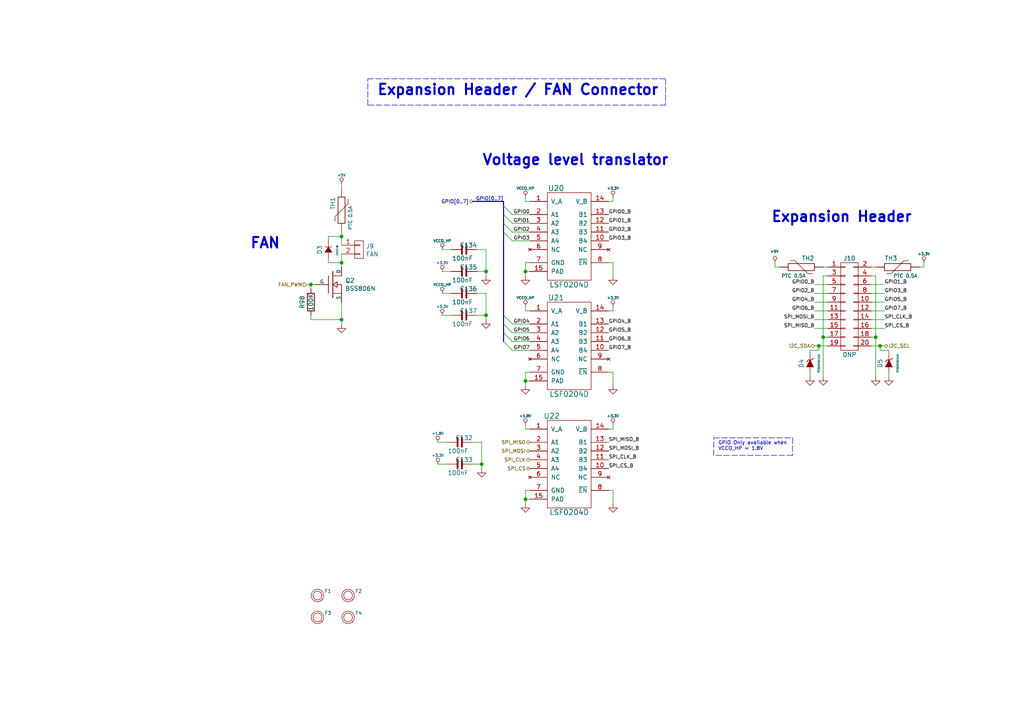
<source format=kicad_sch>
(kicad_sch (version 20250114) (generator "eeschema") (generator_version "9.0")
  (paper "A4")
  (title_block (title "CIAA-ACC Expansion Header (GPIO, SPI, I2C) / FAN Connector") (date "2019-08-28") (rev "V1.4") (company "COMPUTADORA INDUSTRIAL ABIERTA ARGENTINA. CIAA-ACC (HPC)") (comment 1 "Authors: See 'doc/CHANGES.txt' file.      License: See 'doc/LICENCIA_CIAA_ACC.txt' file."))
  (lib_symbols
    (symbol "CIAA_ACC:+1.8V" (power) (pin_names (offset 1.016))
      (property "Value" "+1.8V" (at 0 2.286 0))
      (symbol "+1.8V_0_0"
        (pin power_in line (at 0 0 90) (length 0) (hide yes) (name "+1.8V") (number "1"))
      )
      (symbol "+1.8V_0_1"
        (circle (center 0 1.27) (radius 0.508))
        (polyline (pts (xy 0 0) (xy 0 0.762) (xy 0 0.762) (xy 0 0.762)))
      )
    )
    (symbol "CIAA_ACC:+3.3V" (power) (pin_names (offset 1.016))
      (property "Value" "+3.3V" (at 0 2.286 0))
      (symbol "+3.3V_0_0"
        (pin power_in line (at 0 0 90) (length 0) (hide yes) (name "+3.3V") (number "1"))
      )
      (symbol "+3.3V_0_1"
        (circle (center 0 1.27) (radius 0.508))
        (polyline (pts (xy 0 0) (xy 0 0.762) (xy 0 0.762) (xy 0 0.762)))
      )
    )
    (symbol "CIAA_ACC:+5V" (power) (pin_names (offset 1.016))
      (property "Value" "+5V" (at 0 2.286 0))
      (symbol "+5V_0_0"
        (pin power_in line (at 0 0 90) (length 0) (hide yes) (name "+5V") (number "1"))
      )
      (symbol "+5V_0_1"
        (circle (center 0 1.27) (radius 0.508))
        (polyline (pts (xy 0 0) (xy 0 0.762) (xy 0 0.762) (xy 0 0.762)))
      )
    )
    (symbol "CIAA_ACC:C" (pin_numbers (hide yes)) (pin_names (offset 0.254))
      (property "Reference" "C" (at 0.635 2.54 0))
      (property "Value" "C" (at 0.635 -2.54 0))
      (symbol "C_0_1"
        (polyline (pts (xy -1.27 0.635) (xy 1.27 0.635)) (stroke (width 0.508)))
        (polyline (pts (xy -1.27 -0.635) (xy 1.27 -0.635)) (stroke (width 0.508)))
        (polyline (pts (xy 0 1.016) (xy 0 0.635)))
        (polyline (pts (xy 0 -1.016) (xy 0 -0.635)))
      )
      (symbol "C_1_1"
        (pin passive line (at 0 3.81 270) (length 2.794) (name "~") (number "1"))
        (pin passive line (at 0 -3.81 90) (length 2.794) (name "~") (number "2"))
      )
    )
    (symbol "CIAA_ACC:CONN_01X02" (pin_names (offset 1.016) (hide yes))
      (property "Reference" "J" (at 0 3.81 0))
      (property "Value" "CONN_01X02" (at 2.54 0 90))
      (symbol "CONN_01X02_0_1"
        (rectangle (start -1.27 2.54) (end 1.27 -2.54))
        (rectangle (start -1.27 1.397) (end 0.254 1.143))
        (rectangle (start -1.27 -1.143) (end 0.254 -1.397))
      )
      (symbol "CONN_01X02_1_1"
        (pin passive line (at -5.08 1.27 0) (length 3.81) (name "P1") (number "1"))
        (pin passive line (at -5.08 -1.27 0) (length 3.81) (name "P2") (number "2"))
      )
    )
    (symbol "CIAA_ACC:CONN_02X10" (pin_names (offset 0.0254) (hide yes))
      (property "Reference" "J" (at 0 13.97 0))
      (property "Value" "CONN_02X10" (at 0 0 90))
      (symbol "CONN_02X10_0_1"
        (rectangle (start -2.54 12.7) (end 2.54 -12.7))
        (rectangle (start -2.54 11.557) (end -1.27 11.303))
        (rectangle (start -2.54 9.017) (end -1.27 8.763))
        (rectangle (start -2.54 6.477) (end -1.27 6.223))
        (rectangle (start -2.54 3.937) (end -1.27 3.683))
        (rectangle (start -2.54 1.397) (end -1.27 1.143))
        (rectangle (start -2.54 -1.143) (end -1.27 -1.397))
        (rectangle (start -2.54 -3.683) (end -1.27 -3.937))
        (rectangle (start -2.54 -6.223) (end -1.27 -6.477))
        (rectangle (start -2.54 -8.763) (end -1.27 -9.017))
        (rectangle (start -2.54 -11.303) (end -1.27 -11.557))
        (rectangle (start 1.27 11.557) (end 2.54 11.303))
        (rectangle (start 1.27 9.017) (end 2.54 8.763))
        (rectangle (start 1.27 6.477) (end 2.54 6.223))
        (rectangle (start 1.27 3.937) (end 2.54 3.683))
        (rectangle (start 1.27 1.397) (end 2.54 1.143))
        (rectangle (start 1.27 -1.143) (end 2.54 -1.397))
        (rectangle (start 1.27 -3.683) (end 2.54 -3.937))
        (rectangle (start 1.27 -6.223) (end 2.54 -6.477))
        (rectangle (start 1.27 -8.763) (end 2.54 -9.017))
        (rectangle (start 1.27 -11.303) (end 2.54 -11.557))
      )
      (symbol "CONN_02X10_1_1"
        (pin passive line (at -6.35 11.43 0) (length 3.81) (name "P1") (number "1"))
        (pin passive line (at -6.35 8.89 0) (length 3.81) (name "P3") (number "3"))
        (pin passive line (at -6.35 6.35 0) (length 3.81) (name "P5") (number "5"))
        (pin passive line (at -6.35 3.81 0) (length 3.81) (name "P7") (number "7"))
        (pin passive line (at -6.35 1.27 0) (length 3.81) (name "P9") (number "9"))
        (pin passive line (at -6.35 -1.27 0) (length 3.81) (name "P11") (number "11"))
        (pin passive line (at -6.35 -3.81 0) (length 3.81) (name "P13") (number "13"))
        (pin passive line (at -6.35 -6.35 0) (length 3.81) (name "P15") (number "15"))
        (pin passive line (at -6.35 -8.89 0) (length 3.81) (name "P17") (number "17"))
        (pin passive line (at -6.35 -11.43 0) (length 3.81) (name "P19") (number "19"))
        (pin passive line (at 6.35 11.43 180) (length 3.81) (name "P2") (number "2"))
        (pin passive line (at 6.35 8.89 180) (length 3.81) (name "P4") (number "4"))
        (pin passive line (at 6.35 6.35 180) (length 3.81) (name "P6") (number "6"))
        (pin passive line (at 6.35 3.81 180) (length 3.81) (name "P8") (number "8"))
        (pin passive line (at 6.35 1.27 180) (length 3.81) (name "P10") (number "10"))
        (pin passive line (at 6.35 -1.27 180) (length 3.81) (name "P12") (number "12"))
        (pin passive line (at 6.35 -3.81 180) (length 3.81) (name "P14") (number "14"))
        (pin passive line (at 6.35 -6.35 180) (length 3.81) (name "P16") (number "16"))
        (pin passive line (at 6.35 -8.89 180) (length 3.81) (name "P18") (number "18"))
        (pin passive line (at 6.35 -11.43 180) (length 3.81) (name "P20") (number "20"))
      )
    )
    (symbol "CIAA_ACC:D" (pin_numbers (hide yes)) (pin_names (offset 0.254) (hide yes))
      (property "Reference" "D" (at -1.27 2.032 0))
      (property "Value" "D" (at 0 -2.54 0))
      (symbol "D_0_1"
        (polyline (pts (xy -0.762 -1.016) (xy -0.762 1.016)))
        (polyline (pts (xy 0.762 -1.016) (xy -0.762 0) (xy 0.762 1.016) (xy 0.762 -1.016)) (fill (type outline)))
      )
      (symbol "D_1_1"
        (pin passive line (at -2.54 0 0) (length 1.778) (name "K") (number "2"))
        (pin passive line (at 2.54 0 180) (length 1.778) (name "A") (number "1"))
      )
    )
    (symbol "CIAA_ACC:FIDUCIAL" (pin_numbers (hide yes)) (pin_names (offset 0.762) (hide yes))
      (property "Reference" "F" (at 2.032 1.27 0))
      (symbol "FIDUCIAL_0_1"
        (circle (center 0 0) (radius 1.27))
        (circle (center 0 0) (radius 1.8034))
        (circle (center 1.27 -1.27) (radius 0.0001))
      )
      (symbol "FIDUCIAL_1_1"
        (pin no_connect line (at 0 0 0) (length 0) (hide yes) (name "1") (number "1"))
      )
    )
    (symbol "CIAA_ACC:GND" (power) (pin_names (offset 0))
      (property "Value" "GND" (at 0 -3.81 0))
      (symbol "GND_0_1"
        (polyline (pts (xy 0 0) (xy 0 -1.27) (xy 1.27 -1.27) (xy 0 -2.54) (xy -1.27 -1.27) (xy 0 -1.27)))
      )
      (symbol "GND_1_1"
        (pin power_in line (at 0 0 270) (length 0) (hide yes) (name "GND") (number "1"))
      )
    )
    (symbol "CIAA_ACC:LSF0204D" (pin_names (offset 1.016))
      (property "Reference" "U" (at -3.81 7.62 0))
      (property "Value" "LSF0204D" (at 0 -20.32 0))
      (symbol "LSF0204D_0_1"
        (rectangle (start -6.35 6.35) (end 6.35 -19.05))
      )
      (symbol "LSF0204D_1_1"
        (pin power_in line (at -11.43 3.81 0) (length 5.08) (name "V_A") (number "1"))
        (pin bidirectional line (at -11.43 0 0) (length 5.08) (name "A1") (number "2"))
        (pin bidirectional line (at -11.43 -2.54 0) (length 5.08) (name "A2") (number "3"))
        (pin bidirectional line (at -11.43 -5.08 0) (length 5.08) (name "A3") (number "4"))
        (pin bidirectional line (at -11.43 -7.62 0) (length 5.08) (name "A4") (number "5"))
        (pin no_connect line (at -11.43 -10.16 0) (length 5.08) (name "NC") (number "6"))
        (pin power_in line (at -11.43 -13.97 0) (length 5.08) (name "GND") (number "7"))
        (pin power_in line (at -11.43 -16.51 0) (length 5.08) (name "PAD") (number "15"))
        (pin power_in line (at 11.43 3.81 180) (length 5.08) (name "V_B") (number "14"))
        (pin bidirectional line (at 11.43 0 180) (length 5.08) (name "B1") (number "13"))
        (pin bidirectional line (at 11.43 -2.54 180) (length 5.08) (name "B2") (number "12"))
        (pin bidirectional line (at 11.43 -5.08 180) (length 5.08) (name "B3") (number "11"))
        (pin bidirectional line (at 11.43 -7.62 180) (length 5.08) (name "B4") (number "10"))
        (pin no_connect line (at 11.43 -10.16 180) (length 5.08) (name "NC") (number "9"))
        (pin bidirectional line (at 11.43 -13.97 180) (length 5.08) (name "~{EN}") (number "8"))
      )
    )
    (symbol "CIAA_ACC:MOSFET_N" (pin_numbers (hide yes)) (pin_names (offset 0))
      (property "Reference" "Q" (at 0.254 4.318 0))
      (property "Value" "MOSFET_N" (at 0.254 -3.81 0))
      (symbol "MOSFET_N_0_1"
        (polyline (pts (xy -1.27 -2.54) (xy -1.27 2.54)) (stroke (width 0.2032)))
        (polyline (pts (xy 0 -3.81) (xy 0 3.81)) (stroke (width 0.254)))
        (polyline (pts (xy 1.27 0.762) (xy 1.27 -0.762) (xy 0 0) (xy 1.27 0.762) (xy 1.27 0.762)) (stroke (width 0.2032)))
        (polyline (pts (xy 2.54 2.54) (xy 0 2.54)))
        (polyline (pts (xy 2.54 -2.54) (xy 0 -2.54)))
        (polyline (pts (xy 2.54 -2.54) (xy 2.54 0) (xy 1.27 0)) (stroke (width 0.2032)))
      )
      (symbol "MOSFET_N_1_1"
        (pin passive line (at -5.08 0 0) (length 3.81) (name "G") (number "1"))
        (pin passive line (at 2.54 5.08 270) (length 2.54) (name "D") (number "3"))
        (pin passive line (at 2.54 -5.08 90) (length 2.54) (name "S") (number "2"))
      )
    )
    (symbol "CIAA_ACC:R" (pin_numbers (hide yes)) (pin_names (offset 0))
      (property "Reference" "R" (at 2.032 0 90))
      (property "Value" "R" (at 0 0 90))
      (symbol "R_0_1"
        (rectangle (start -1.016 -2.54) (end 1.016 2.54) (stroke (width 0.254)))
      )
      (symbol "R_1_1"
        (pin passive line (at 0 3.81 270) (length 1.27) (name "~") (number "1"))
        (pin passive line (at 0 -3.81 90) (length 1.27) (name "~") (number "2"))
      )
    )
    (symbol "CIAA_ACC:THERMISTOR" (pin_numbers (hide yes)) (pin_names (offset 0))
      (property "Reference" "TH" (at 2.54 1.27 90))
      (property "Value" "THERMISTOR" (at -2.54 0 90))
      (symbol "THERMISTOR_0_1"
        (polyline (pts (xy -1.905 3.175) (xy -1.905 1.905) (xy 1.905 -1.905) (xy 1.905 -3.175) (xy 1.905 -3.175)))
        (rectangle (start -1.016 3.81) (end 1.016 -3.81) (stroke (width 0.2032)))
      )
      (symbol "THERMISTOR_1_1"
        (pin passive line (at 0 6.35 270) (length 2.54) (name "~") (number "1"))
        (pin passive line (at 0 -6.35 90) (length 2.54) (name "~") (number "2"))
      )
    )
    (symbol "CIAA_ACC:VCCO_HP" (power) (pin_names (offset 1.016))
      (property "Value" "VCCO_HP" (at 0 2.286 0))
      (symbol "VCCO_HP_0_0"
        (pin power_in line (at 0 0 90) (length 0) (hide yes) (name "VCCO_HP") (number "1"))
      )
      (symbol "VCCO_HP_0_1"
        (circle (center 0 1.27) (radius 0.508))
        (polyline (pts (xy 0 0) (xy 0 0.762) (xy 0 0.762) (xy 0 0.762)))
      )
    )
    (symbol "CIAA_ACC:ZENER" (pin_numbers (hide yes)) (pin_names (offset 1.016) (hide yes))
      (property "Reference" "D" (at 0 2.54 0))
      (property "Value" "ZENER" (at 0 -2.54 0))
      (symbol "ZENER_0_1"
        (polyline (pts (xy -1.524 1.016) (xy -1.016 0.508) (xy -1.016 -0.508) (xy -0.508 -1.016)) (stroke (width 0.2032)))
        (polyline (pts (xy 1.016 1.016) (xy -1.016 0) (xy 1.016 -1.016) (xy 1.016 1.016)) (fill (type outline)))
      )
      (symbol "ZENER_1_1"
        (pin passive line (at -2.54 0 0) (length 1.524) (name "K") (number "2"))
        (pin passive line (at 2.54 0 180) (length 1.524) (name "A") (number "1"))
      )
    )
  )
  (text "Voltage level translator" (at 139.7 48.26 0) (effects (font (size 2.9972 2.9972) (thickness 0.5994) (bold yes)) (justify left bottom)))
  (text "GPIO Only available when\nVCCO_HP = 1.8V" (at 208.28 130.81 0) (effects (font (size 1.016 1.016)) (justify left bottom)))
  (text "FAN" (at 72.39 72.39 0) (effects (font (size 2.9972 2.9972) (thickness 0.5994) (bold yes)) (justify left bottom)))
  (text "Expansion Header" (at 223.52 64.77 0) (effects (font (size 2.9972 2.9972) (thickness 0.5994) (bold yes)) (justify left bottom)))
  (text "Expansion Header / FAN Connector" (at 109.22 27.94 0) (effects (font (size 2.9972 2.9972) (thickness 0.5994) (bold yes)) (justify left bottom)))
  (junction (at 255.27 100.33))
  (junction (at 237.49 100.33))
  (junction (at 152.4 144.78))
  (junction (at 152.4 110.49))
  (junction (at 152.4 78.74))
  (junction (at 99.06 76.2))
  (junction (at 254 97.79))
  (junction (at 238.76 97.79))
  (junction (at 139.7 134.62))
  (junction (at 99.06 68.58))
  (junction (at 140.97 78.74))
  (junction (at 99.06 92.71))
  (junction (at 140.97 91.44))
  (junction (at 90.17 82.55))
  (bus_entry (at 146.05 62.23) (size 2.54 2.54))
  (bus_entry (at 146.05 93.98) (size 2.54 2.54))
  (bus_entry (at 146.05 59.69) (size 2.54 2.54))
  (bus_entry (at 146.05 64.77) (size 2.54 2.54))
  (bus_entry (at 146.05 91.44) (size 2.54 2.54))
  (bus_entry (at 146.05 96.52) (size 2.54 2.54))
  (bus_entry (at 146.05 99.06) (size 2.54 2.54))
  (bus_entry (at 146.05 67.31) (size 2.54 2.54))
  (wire (pts (xy 257.81 109.22) (xy 257.81 107.95)))
  (wire (pts (xy 140.97 78.74) (xy 140.97 80.01)))
  (polyline (pts (xy 229.87 127) (xy 229.87 132.08)) (stroke (width 0) (type dash)))
  (wire (pts (xy 240.03 77.47) (xy 238.76 77.47)))
  (wire (pts (xy 139.7 128.27) (xy 139.7 134.62)))
  (wire (pts (xy 153.67 99.06) (xy 148.59 99.06)))
  (wire (pts (xy 99.06 53.34) (xy 99.06 54.61)))
  (wire (pts (xy 254 80.01) (xy 254 97.79)))
  (polyline (pts (xy 193.04 30.48) (xy 106.68 30.48)) (stroke (width 0) (type dash)))
  (wire (pts (xy 153.67 64.77) (xy 148.59 64.77)))
  (wire (pts (xy 140.97 85.09) (xy 140.97 91.44)))
  (wire (pts (xy 99.06 68.58) (xy 99.06 71.12)))
  (wire (pts (xy 236.22 100.33) (xy 237.49 100.33)))
  (wire (pts (xy 252.73 90.17) (xy 256.54 90.17)))
  (bus (pts (xy 146.05 93.98) (xy 146.05 96.52)))
  (wire (pts (xy 224.79 76.2) (xy 224.79 77.47)))
  (wire (pts (xy 95.25 74.93) (xy 95.25 76.2)))
  (wire (pts (xy 252.73 85.09) (xy 256.54 85.09)))
  (wire (pts (xy 236.22 85.09) (xy 240.03 85.09)))
  (wire (pts (xy 177.8 142.24) (xy 176.53 142.24)))
  (wire (pts (xy 152.4 110.49) (xy 152.4 111.76)))
  (wire (pts (xy 153.67 144.78) (xy 152.4 144.78)))
  (wire (pts (xy 129.54 128.27) (xy 127 128.27)))
  (wire (pts (xy 137.16 134.62) (xy 139.7 134.62)))
  (wire (pts (xy 99.06 92.71) (xy 99.06 93.98)))
  (wire (pts (xy 90.17 92.71) (xy 99.06 92.71)))
  (wire (pts (xy 153.67 78.74) (xy 152.4 78.74)))
  (bus (pts (xy 146.05 58.42) (xy 146.05 59.69)))
  (wire (pts (xy 153.67 62.23) (xy 148.59 62.23)))
  (wire (pts (xy 138.43 78.74) (xy 140.97 78.74)))
  (wire (pts (xy 252.73 92.71) (xy 256.54 92.71)))
  (wire (pts (xy 237.49 100.33) (xy 240.03 100.33)))
  (wire (pts (xy 153.67 96.52) (xy 148.59 96.52)))
  (wire (pts (xy 152.4 78.74) (xy 152.4 80.01)))
  (wire (pts (xy 152.4 90.17) (xy 153.67 90.17)))
  (wire (pts (xy 152.4 124.46) (xy 152.4 123.19)))
  (wire (pts (xy 177.8 58.42) (xy 177.8 57.15)))
  (polyline (pts (xy 229.87 132.08) (xy 207.01 132.08)) (stroke (width 0) (type dash)))
  (wire (pts (xy 152.4 58.42) (xy 153.67 58.42)))
  (wire (pts (xy 137.16 128.27) (xy 139.7 128.27)))
  (wire (pts (xy 234.95 101.6) (xy 237.49 101.6)))
  (wire (pts (xy 152.4 88.9) (xy 152.4 90.17)))
  (wire (pts (xy 255.27 101.6) (xy 255.27 100.33)))
  (wire (pts (xy 99.06 76.2) (xy 99.06 77.47)))
  (bus (pts (xy 146.05 58.42) (xy 137.16 58.42)))
  (wire (pts (xy 140.97 72.39) (xy 140.97 78.74)))
  (wire (pts (xy 153.67 101.6) (xy 148.59 101.6)))
  (wire (pts (xy 177.8 90.17) (xy 177.8 88.9)))
  (wire (pts (xy 267.97 77.47) (xy 266.7 77.47)))
  (wire (pts (xy 152.4 57.15) (xy 152.4 58.42)))
  (wire (pts (xy 238.76 80.01) (xy 238.76 97.79)))
  (bus (pts (xy 146.05 67.31) (xy 146.05 91.44)))
  (wire (pts (xy 177.8 76.2) (xy 177.8 80.01)))
  (polyline (pts (xy 207.01 127) (xy 229.87 127)) (stroke (width 0) (type dash)))
  (wire (pts (xy 176.53 58.42) (xy 177.8 58.42)))
  (polyline (pts (xy 106.68 30.48) (xy 106.68 22.86)) (stroke (width 0) (type dash)))
  (wire (pts (xy 130.81 72.39) (xy 128.27 72.39)))
  (wire (pts (xy 99.06 87.63) (xy 99.06 92.71)))
  (wire (pts (xy 176.53 90.17) (xy 177.8 90.17)))
  (wire (pts (xy 152.4 144.78) (xy 152.4 146.05)))
  (wire (pts (xy 99.06 67.31) (xy 99.06 68.58)))
  (wire (pts (xy 257.81 101.6) (xy 255.27 101.6)))
  (wire (pts (xy 236.22 87.63) (xy 240.03 87.63)))
  (wire (pts (xy 236.22 95.25) (xy 240.03 95.25)))
  (wire (pts (xy 177.8 107.95) (xy 176.53 107.95)))
  (wire (pts (xy 177.8 146.05) (xy 177.8 142.24)))
  (polyline (pts (xy 193.04 22.86) (xy 193.04 30.48)) (stroke (width 0) (type dash)))
  (wire (pts (xy 254 97.79) (xy 254 109.22)))
  (bus (pts (xy 146.05 91.44) (xy 146.05 93.98)))
  (wire (pts (xy 152.4 76.2) (xy 152.4 78.74)))
  (wire (pts (xy 252.73 87.63) (xy 256.54 87.63)))
  (wire (pts (xy 252.73 82.55) (xy 256.54 82.55)))
  (wire (pts (xy 99.06 73.66) (xy 99.06 76.2)))
  (wire (pts (xy 177.8 111.76) (xy 177.8 107.95)))
  (wire (pts (xy 177.8 124.46) (xy 177.8 123.19)))
  (wire (pts (xy 130.81 91.44) (xy 128.27 91.44)))
  (wire (pts (xy 140.97 91.44) (xy 140.97 92.71)))
  (wire (pts (xy 152.4 107.95) (xy 152.4 110.49)))
  (wire (pts (xy 255.27 100.33) (xy 256.54 100.33)))
  (wire (pts (xy 267.97 76.2) (xy 267.97 77.47)))
  (wire (pts (xy 153.67 67.31) (xy 148.59 67.31)))
  (wire (pts (xy 237.49 101.6) (xy 237.49 100.33)))
  (wire (pts (xy 240.03 80.01) (xy 238.76 80.01)))
  (wire (pts (xy 234.95 109.22) (xy 234.95 107.95)))
  (wire (pts (xy 176.53 76.2) (xy 177.8 76.2)))
  (wire (pts (xy 238.76 97.79) (xy 238.76 109.22)))
  (wire (pts (xy 88.9 82.55) (xy 90.17 82.55)))
  (wire (pts (xy 90.17 91.44) (xy 90.17 92.71)))
  (wire (pts (xy 152.4 142.24) (xy 152.4 144.78)))
  (wire (pts (xy 240.03 97.79) (xy 238.76 97.79)))
  (wire (pts (xy 254 80.01) (xy 252.73 80.01)))
  (polyline (pts (xy 207.01 132.08) (xy 207.01 127)) (stroke (width 0) (type dash)))
  (wire (pts (xy 90.17 82.55) (xy 91.44 82.55)))
  (wire (pts (xy 153.67 124.46) (xy 152.4 124.46)))
  (wire (pts (xy 153.67 69.85) (xy 148.59 69.85)))
  (wire (pts (xy 138.43 85.09) (xy 140.97 85.09)))
  (wire (pts (xy 252.73 100.33) (xy 255.27 100.33)))
  (wire (pts (xy 139.7 134.62) (xy 139.7 135.89)))
  (wire (pts (xy 236.22 92.71) (xy 240.03 92.71)))
  (wire (pts (xy 152.4 107.95) (xy 153.67 107.95)))
  (bus (pts (xy 146.05 59.69) (xy 146.05 62.23)))
  (bus (pts (xy 146.05 62.23) (xy 146.05 64.77)))
  (wire (pts (xy 95.25 68.58) (xy 95.25 69.85)))
  (wire (pts (xy 130.81 78.74) (xy 128.27 78.74)))
  (wire (pts (xy 252.73 97.79) (xy 254 97.79)))
  (wire (pts (xy 257.81 102.87) (xy 257.81 101.6)))
  (wire (pts (xy 90.17 83.82) (xy 90.17 82.55)))
  (wire (pts (xy 234.95 102.87) (xy 234.95 101.6)))
  (wire (pts (xy 153.67 93.98) (xy 148.59 93.98)))
  (bus (pts (xy 146.05 64.77) (xy 146.05 67.31)))
  (wire (pts (xy 95.25 76.2) (xy 99.06 76.2)))
  (wire (pts (xy 99.06 68.58) (xy 95.25 68.58)))
  (bus (pts (xy 146.05 96.52) (xy 146.05 99.06)))
  (wire (pts (xy 138.43 72.39) (xy 140.97 72.39)))
  (wire (pts (xy 236.22 90.17) (xy 240.03 90.17)))
  (polyline (pts (xy 106.68 22.86) (xy 193.04 22.86)) (stroke (width 0) (type dash)))
  (wire (pts (xy 129.54 134.62) (xy 127 134.62)))
  (wire (pts (xy 176.53 124.46) (xy 177.8 124.46)))
  (wire (pts (xy 254 77.47) (xy 252.73 77.47)))
  (wire (pts (xy 224.79 77.47) (xy 226.06 77.47)))
  (wire (pts (xy 130.81 85.09) (xy 128.27 85.09)))
  (wire (pts (xy 252.73 95.25) (xy 256.54 95.25)))
  (wire (pts (xy 152.4 142.24) (xy 153.67 142.24)))
  (wire (pts (xy 153.67 76.2) (xy 152.4 76.2)))
  (wire (pts (xy 236.22 82.55) (xy 240.03 82.55)))
  (wire (pts (xy 153.67 110.49) (xy 152.4 110.49)))
  (wire (pts (xy 138.43 91.44) (xy 140.97 91.44)))
  (label "GPIO3" (at 153.67 69.85 180) (effects (font (size 1.016 1.016))))
  (label "SPI_CS_B" (at 176.53 135.89 0) (effects (font (size 1.016 1.016))))
  (label "GPIO7" (at 153.67 101.6 180) (effects (font (size 1.016 1.016))))
  (label "GPIO1_B" (at 256.54 82.55 0) (effects (font (size 1.016 1.016))))
  (label "GPIO2_B" (at 176.53 67.31 0) (effects (font (size 1.016 1.016))))
  (label "GPIO4_B" (at 176.53 93.98 0) (effects (font (size 1.016 1.016))))
  (label "SPI_CLK_B" (at 176.53 133.35 0) (effects (font (size 1.016 1.016))))
  (label "GPIO2_B" (at 236.22 85.09 180) (effects (font (size 1.016 1.016))))
  (label "GPIO1" (at 153.67 64.77 180) (effects (font (size 1.016 1.016))))
  (label "GPIO4" (at 153.67 93.98 180) (effects (font (size 1.016 1.016))))
  (label "GPIO1_B" (at 176.53 64.77 0) (effects (font (size 1.016 1.016))))
  (label "GPIO3_B" (at 256.54 85.09 0) (effects (font (size 1.016 1.016))))
  (label "GPIO6_B" (at 176.53 99.06 0) (effects (font (size 1.016 1.016))))
  (label "GPIO6_B" (at 236.22 90.17 180) (effects (font (size 1.016 1.016))))
  (label "GPIO5_B" (at 176.53 96.52 0) (effects (font (size 1.016 1.016))))
  (label "GPIO0_B" (at 236.22 82.55 180) (effects (font (size 1.016 1.016))))
  (label "GPIO6" (at 153.67 99.06 180) (effects (font (size 1.016 1.016))))
  (label "GPIO5" (at 153.67 96.52 180) (effects (font (size 1.016 1.016))))
  (label "SPI_MISO_B" (at 176.53 128.27 0) (effects (font (size 1.016 1.016))))
  (label "GPIO0" (at 153.67 62.23 180) (effects (font (size 1.016 1.016))))
  (label "GPIO0_B" (at 176.53 62.23 0) (effects (font (size 1.016 1.016))))
  (label "SPI_MOSI_B" (at 236.22 92.71 180) (effects (font (size 1.016 1.016))))
  (label "GPIO3_B" (at 176.53 69.85 0) (effects (font (size 1.016 1.016))))
  (label "GPIO[0..7]" (at 146.05 58.42 180) (effects (font (size 1.016 1.016))))
  (label "GPIO4_B" (at 236.22 87.63 180) (effects (font (size 1.016 1.016))))
  (label "GPIO7_B" (at 176.53 101.6 0) (effects (font (size 1.016 1.016))))
  (label "GPIO7_B" (at 256.54 90.17 0) (effects (font (size 1.016 1.016))))
  (label "SPI_CLK_B" (at 256.54 92.71 0) (effects (font (size 1.016 1.016))))
  (label "SPI_MISO_B" (at 236.22 95.25 180) (effects (font (size 1.016 1.016))))
  (label "GPIO5_B" (at 256.54 87.63 0) (effects (font (size 1.016 1.016))))
  (label "SPI_CS_B" (at 256.54 95.25 0) (effects (font (size 1.016 1.016))))
  (label "GPIO2" (at 153.67 67.31 180) (effects (font (size 1.016 1.016))))
  (label "SPI_MOSI_B" (at 176.53 130.81 0) (effects (font (size 1.016 1.016))))
  (hierarchical_label "SPI_MISO" (shape bidirectional) (at 153.67 128.27 180) (effects (font (size 1.016 1.016))))
  (hierarchical_label "SPI_MOSI" (shape bidirectional) (at 153.67 130.81 180) (effects (font (size 1.016 1.016))))
  (hierarchical_label "SPI_CS" (shape bidirectional) (at 153.67 135.89 180) (effects (font (size 1.016 1.016))))
  (hierarchical_label "SPI_CLK" (shape bidirectional) (at 153.67 133.35 180) (effects (font (size 1.016 1.016))))
  (hierarchical_label "FAN_PWM" (shape input) (at 88.9 82.55 180) (effects (font (size 1.016 1.016))))
  (hierarchical_label "I2C_SDA" (shape bidirectional) (at 236.22 100.33 180) (effects (font (size 1.016 1.016))))
  (hierarchical_label "I2C_SCL" (shape bidirectional) (at 256.54 100.33 0) (effects (font (size 1.016 1.016))))
  (hierarchical_label "GPIO[0..7]" (shape bidirectional) (at 137.16 58.42 180) (effects (font (size 1.016 1.016))))
  (symbol (lib_id "CIAA_ACC:LSF0204D") (at 165.1 128.27 0) (unit 1)
    (property "Reference" "U22" (at 160.02 120.65 0) (effects (font (size 1.524 1.524))))
    (property "Value" "LSF0204D" (at 165.1 148.59 0) (effects (font (size 1.524 1.524))))
    (property "Footprint" "dfn-qfn:LSF0204D" (effects (hide yes)))
    (property "Desc" "IC LEVEL TRANSLATOR 4BIT 14VQFN" (effects (hide yes)))
    (property "Manf" "Texas Instruments" (effects (hide yes)))
    (property "Manf#" "LSF0204DRGYR" (effects (hide yes)))
    (property "Digikey#" "296-40401-1-ND" (effects (hide yes)))
  )
  (symbol (lib_id "CIAA_ACC:THERMISTOR") (at 232.41 77.47 90) (mirror x) (unit 1)
    (property "Reference" "TH2" (at 236.22 74.93 90) (effects (justify left)))
    (property "Value" "PTC 0.5A" (at 233.68 80.01 90) (effects (font (size 1.016 1.016)) (justify left)))
    (property "Footprint" "misc:ptc_1210" (effects (hide yes)))
    (property "Desc" "PTC RESTTBLE 0.50A 16V CHIP 1210" (effects (hide yes)))
    (property "Manf" "Bel Fuse" (effects (hide yes)))
    (property "Manf#" "0ZCH0050FF2G" (effects (hide yes)))
    (property "Digikey#" "507-1786-1-ND" (effects (hide yes)))
  )
  (symbol (lib_id "CIAA_ACC:ZENER") (at 234.95 105.41 270) (unit 1)
    (property "Reference" "D4" (at 232.41 105.41 0))
    (property "Value" "PESD3V3U1UA" (at 237.49 105.41 0) (effects (font (size 0.508 0.508))))
    (property "Footprint" "to-sod-sot:SOD-323" (effects (hide yes)))
    (property "Desc" "TVS DIODE 3.3VWM SOD323" (effects (hide yes)))
    (property "Manf" "NXP" (effects (hide yes)))
    (property "Manf#" "PESD3V3U1UA,115" (effects (hide yes)))
    (property "Digikey#" "568-4667-1-ND" (effects (hide yes)))
  )
  (symbol (lib_id "CIAA_ACC:ZENER") (at 257.81 105.41 270) (unit 1)
    (property "Reference" "D5" (at 255.27 105.41 0))
    (property "Value" "PESD3V3U1UA" (at 260.35 105.41 0) (effects (font (size 0.508 0.508))))
    (property "Footprint" "to-sod-sot:SOD-323" (effects (hide yes)))
    (property "Desc" "TVS DIODE 3.3VWM SOD323" (effects (hide yes)))
    (property "Manf" "NXP" (effects (hide yes)))
    (property "Manf#" "PESD3V3U1UA,115" (effects (hide yes)))
    (property "Digikey#" "568-4667-1-ND" (effects (hide yes)))
  )
  (symbol (lib_id "CIAA_ACC:GND") (at 257.81 109.22 0) (unit 1)
    (property "Reference" "#PWR0261" (effects (hide yes)))
    (property "Value" "GND" (effects (hide yes)))
  )
  (symbol (lib_id "CIAA_ACC:GND") (at 234.95 109.22 0) (unit 1)
    (property "Reference" "#PWR0262" (effects (hide yes)))
    (property "Value" "GND" (effects (hide yes)))
  )
  (symbol (lib_id "CIAA_ACC:LSF0204D") (at 165.1 62.23 0) (unit 1)
    (property "Reference" "U20" (at 161.29 54.61 0) (effects (font (size 1.524 1.524))))
    (property "Value" "LSF0204D" (at 165.1 82.55 0) (effects (font (size 1.524 1.524))))
    (property "Footprint" "dfn-qfn:LSF0204D" (effects (hide yes)))
    (property "Desc" "IC LEVEL TRANSLATOR 4BIT 14VQFN" (effects (hide yes)))
    (property "Manf" "Texas Instruments" (effects (hide yes)))
    (property "Manf#" "LSF0204DRGYR" (effects (hide yes)))
    (property "Digikey#" "296-40401-1-ND" (effects (hide yes)))
  )
  (symbol (lib_id "CIAA_ACC:LSF0204D") (at 165.1 93.98 0) (unit 1)
    (property "Reference" "U21" (at 161.29 86.36 0) (effects (font (size 1.524 1.524))))
    (property "Value" "LSF0204D" (at 165.1 114.3 0) (effects (font (size 1.524 1.524))))
    (property "Footprint" "dfn-qfn:LSF0204D" (effects (hide yes)))
    (property "Desc" "IC LEVEL TRANSLATOR 4BIT 14VQFN" (effects (hide yes)))
    (property "Manf" "Texas Instruments" (effects (hide yes)))
    (property "Manf#" "LSF0204DRGYR" (effects (hide yes)))
    (property "Digikey#" "296-40401-1-ND" (effects (hide yes)))
  )
  (symbol (lib_id "CIAA_ACC:GND") (at 152.4 80.01 0) (unit 1)
    (property "Reference" "#PWR0247" (effects (hide yes)))
    (property "Value" "GND" (effects (hide yes)))
  )
  (symbol (lib_id "CIAA_ACC:GND") (at 177.8 80.01 0) (unit 1)
    (property "Reference" "#PWR0248" (effects (hide yes)))
    (property "Value" "GND" (effects (hide yes)))
  )
  (symbol (lib_id "CIAA_ACC:GND") (at 152.4 111.76 0) (unit 1)
    (property "Reference" "#PWR0249" (effects (hide yes)))
    (property "Value" "GND" (effects (hide yes)))
  )
  (symbol (lib_id "CIAA_ACC:GND") (at 177.8 111.76 0) (unit 1)
    (property "Reference" "#PWR0250" (effects (hide yes)))
    (property "Value" "GND" (effects (hide yes)))
  )
  (symbol (lib_id "CIAA_ACC:+3.3V") (at 177.8 57.15 0) (unit 1)
    (property "Reference" "#PWR0251" (effects (hide yes)))
    (property "Value" "+3.3V" (at 177.8 54.61 0) (effects (font (size 0.762 0.762))))
  )
  (symbol (lib_id "CIAA_ACC:+3.3V") (at 177.8 88.9 0) (unit 1)
    (property "Reference" "#PWR0252" (effects (hide yes)))
    (property "Value" "+3.3V" (at 177.8 86.36 0) (effects (font (size 0.762 0.762))))
  )
  (symbol (lib_id "CIAA_ACC:+3.3V") (at 128.27 78.74 0) (unit 1)
    (property "Reference" "#PWR0253" (effects (hide yes)))
    (property "Value" "+3.3V" (at 128.27 76.2 0) (effects (font (size 0.762 0.762))))
  )
  (symbol (lib_id "CIAA_ACC:GND") (at 140.97 80.01 0) (unit 1)
    (property "Reference" "#PWR0254" (effects (hide yes)))
    (property "Value" "GND" (effects (hide yes)))
  )
  (symbol (lib_id "CIAA_ACC:C") (at 134.62 72.39 90) (unit 1)
    (property "Reference" "C134" (at 138.43 71.12 90) (effects (justify left)))
    (property "Value" "100nF" (at 137.16 74.93 90) (effects (justify left)))
    (property "Footprint" "chip_rlc:c_0201" (effects (hide yes)))
    (property "Desc" "CAP CER 0.1UF 10V X5R 0201" (effects (hide yes)))
    (property "Manf" "Murata" (effects (hide yes)))
    (property "Manf#" "GRM033R61A104ME15D" (effects (hide yes)))
    (property "Digikey#" "490-5405-1-ND" (effects (hide yes)))
  )
  (symbol (lib_id "CIAA_ACC:C") (at 134.62 78.74 90) (unit 1)
    (property "Reference" "C135" (at 138.43 77.47 90) (effects (justify left)))
    (property "Value" "100nF" (at 137.16 81.28 90) (effects (justify left)))
    (property "Footprint" "chip_rlc:c_0201" (effects (hide yes)))
    (property "Desc" "CAP CER 0.1UF 10V X5R 0201" (effects (hide yes)))
    (property "Manf" "Murata" (effects (hide yes)))
    (property "Manf#" "GRM033R61A104ME15D" (effects (hide yes)))
    (property "Digikey#" "490-5405-1-ND" (effects (hide yes)))
  )
  (symbol (lib_id "CIAA_ACC:+3.3V") (at 128.27 91.44 0) (unit 1)
    (property "Reference" "#PWR0255" (effects (hide yes)))
    (property "Value" "+3.3V" (at 128.27 88.9 0) (effects (font (size 0.762 0.762))))
  )
  (symbol (lib_id "CIAA_ACC:GND") (at 140.97 92.71 0) (unit 1)
    (property "Reference" "#PWR0256" (effects (hide yes)))
    (property "Value" "GND" (effects (hide yes)))
  )
  (symbol (lib_id "CIAA_ACC:C") (at 134.62 85.09 90) (unit 1)
    (property "Reference" "C136" (at 138.43 83.82 90) (effects (justify left)))
    (property "Value" "100nF" (at 137.16 87.63 90) (effects (justify left)))
    (property "Footprint" "chip_rlc:c_0201" (effects (hide yes)))
    (property "Desc" "CAP CER 0.1UF 10V X5R 0201" (effects (hide yes)))
    (property "Manf" "Murata" (effects (hide yes)))
    (property "Manf#" "GRM033R61A104ME15D" (effects (hide yes)))
    (property "Digikey#" "490-5405-1-ND" (effects (hide yes)))
  )
  (symbol (lib_id "CIAA_ACC:C") (at 134.62 91.44 90) (unit 1)
    (property "Reference" "C137" (at 138.43 90.17 90) (effects (justify left)))
    (property "Value" "100nF" (at 137.16 93.98 90) (effects (justify left)))
    (property "Footprint" "chip_rlc:c_0201" (effects (hide yes)))
    (property "Desc" "CAP CER 0.1UF 10V X5R 0201" (effects (hide yes)))
    (property "Manf" "Murata" (effects (hide yes)))
    (property "Manf#" "GRM033R61A104ME15D" (effects (hide yes)))
    (property "Digikey#" "490-5405-1-ND" (effects (hide yes)))
  )
  (symbol (lib_id "CIAA_ACC:CONN_02X10") (at 246.38 88.9 0) (unit 1)
    (property "Reference" "J10" (at 246.38 74.93 0))
    (property "Value" "DNP" (at 246.38 102.87 0))
    (property "Footprint" "conn:Pin_Header_Straight_2x10_SMD" (effects (hide yes)))
    (property "Desc" "20 Positions Header, Unshrouded, Breakaway Connector 0.100\" (2.54mm) Surface Mount Gold" (effects (hide yes)))
    (property "Manf" "Harwin" (effects (hide yes)))
    (property "Manf#" "M20-8761042" (effects (hide yes)))
    (property "Digikey#" "952-2550-ND" (effects (hide yes)))
  )
  (symbol (lib_id "CIAA_ACC:+5V") (at 224.79 76.2 0) (unit 1)
    (property "Reference" "#PWR0257" (effects (hide yes)))
    (property "Value" "+5V" (at 224.6122 72.9234 0) (effects (font (size 0.762 0.762))))
  )
  (symbol (lib_id "CIAA_ACC:+3.3V") (at 267.97 76.2 0) (unit 1)
    (property "Reference" "#PWR0258" (effects (hide yes)))
    (property "Value" "+3.3V" (at 267.97 73.66 0) (effects (font (size 0.762 0.762))))
  )
  (symbol (lib_id "CIAA_ACC:THERMISTOR") (at 260.35 77.47 270) (unit 1)
    (property "Reference" "TH3" (at 256.54 74.93 90) (effects (justify left)))
    (property "Value" "PTC 0.5A" (at 259.08 80.01 90) (effects (font (size 1.016 1.016)) (justify left)))
    (property "Footprint" "misc:ptc_1210" (effects (hide yes)))
    (property "Desc" "PTC RESTTBLE 0.50A 16V CHIP 1210" (effects (hide yes)))
    (property "Manf" "Bel Fuse" (effects (hide yes)))
    (property "Manf#" "0ZCH0050FF2G" (effects (hide yes)))
    (property "Digikey#" "507-1786-1-ND" (effects (hide yes)))
  )
  (symbol (lib_id "CIAA_ACC:GND") (at 238.76 109.22 0) (unit 1)
    (property "Reference" "#PWR0259" (effects (hide yes)))
    (property "Value" "GND" (effects (hide yes)))
  )
  (symbol (lib_id "CIAA_ACC:GND") (at 254 109.22 0) (unit 1)
    (property "Reference" "#PWR0260" (effects (hide yes)))
    (property "Value" "GND" (effects (hide yes)))
  )
  (symbol (lib_id "CIAA_ACC:+3.3V") (at 127 134.62 0) (unit 1)
    (property "Reference" "#PWR0263" (effects (hide yes)))
    (property "Value" "+3.3V" (at 127 132.08 0) (effects (font (size 0.762 0.762))))
  )
  (symbol (lib_id "CIAA_ACC:GND") (at 139.7 135.89 0) (unit 1)
    (property "Reference" "#PWR0264" (effects (hide yes)))
    (property "Value" "GND" (effects (hide yes)))
  )
  (symbol (lib_id "CIAA_ACC:C") (at 133.35 128.27 90) (unit 1)
    (property "Reference" "C132" (at 137.16 127 90) (effects (justify left)))
    (property "Value" "100nF" (at 135.89 130.81 90) (effects (justify left)))
    (property "Footprint" "chip_rlc:c_0201" (effects (hide yes)))
    (property "Desc" "CAP CER 0.1UF 10V X5R 0201" (effects (hide yes)))
    (property "Manf" "Murata" (effects (hide yes)))
    (property "Manf#" "GRM033R61A104ME15D" (effects (hide yes)))
    (property "Digikey#" "490-5405-1-ND" (effects (hide yes)))
  )
  (symbol (lib_id "CIAA_ACC:C") (at 133.35 134.62 90) (unit 1)
    (property "Reference" "C133" (at 137.16 133.35 90) (effects (justify left)))
    (property "Value" "100nF" (at 135.89 137.16 90) (effects (justify left)))
    (property "Footprint" "chip_rlc:c_0201" (effects (hide yes)))
    (property "Desc" "CAP CER 0.1UF 10V X5R 0201" (effects (hide yes)))
    (property "Manf" "Murata" (effects (hide yes)))
    (property "Manf#" "GRM033R61A104ME15D" (effects (hide yes)))
    (property "Digikey#" "490-5405-1-ND" (effects (hide yes)))
  )
  (symbol (lib_id "CIAA_ACC:+3.3V") (at 177.8 123.19 0) (unit 1)
    (property "Reference" "#PWR0265" (effects (hide yes)))
    (property "Value" "+3.3V" (at 177.8 120.65 0) (effects (font (size 0.762 0.762))))
  )
  (symbol (lib_id "CIAA_ACC:GND") (at 152.4 146.05 0) (unit 1)
    (property "Reference" "#PWR0266" (effects (hide yes)))
    (property "Value" "GND" (effects (hide yes)))
  )
  (symbol (lib_id "CIAA_ACC:GND") (at 177.8 146.05 0) (unit 1)
    (property "Reference" "#PWR0267" (effects (hide yes)))
    (property "Value" "GND" (effects (hide yes)))
  )
  (symbol (lib_id "CIAA_ACC:CONN_01X02") (at 104.14 72.39 0) (unit 1)
    (property "Reference" "J9" (at 106.0958 71.4248 0) (effects (justify left)))
    (property "Value" "FAN" (at 106.0958 73.7362 0) (effects (justify left)))
    (property "Footprint" "conn:B2B-PH-SM4-TB" (effects (hide yes)))
    (property "Desc" "2 Positions Header, Shrouded Connector 0.079\" (2.00mm) Surface Mount Tin" (effects (hide yes)))
    (property "Manf" "JST" (effects (hide yes)))
    (property "Manf#" "B2B-PH-SM4-TB(LF)(SN)" (effects (hide yes)))
    (property "Digikey#" "455-1734-1-ND" (effects (hide yes)))
  )
  (symbol (lib_id "CIAA_ACC:MOSFET_N") (at 96.52 82.55 0) (unit 1)
    (property "Reference" "Q2" (at 100.1014 81.3816 0) (effects (justify left)))
    (property "Value" "BSS806N" (at 100.1014 83.693 0) (effects (justify left)))
    (property "Footprint" "to-sod-sot:SOT-23" (effects (hide yes)))
    (property "Desc" "MOSFET N-CH 20V 2.3A SOT23" (effects (hide yes)))
    (property "Manf" "Infineon" (effects (hide yes)))
    (property "Manf#" "BSS806N H6327" (effects (hide yes)))
    (property "Digikey#" "BSS806N H6327CT-ND" (effects (hide yes)))
  )
  (symbol (lib_id "CIAA_ACC:R") (at 90.17 87.63 0) (unit 1)
    (property "Reference" "R98" (at 87.63 87.63 90))
    (property "Value" "100K" (at 90.17 87.63 90))
    (property "Footprint" "chip_rlc:r_0402" (effects (hide yes)))
    (property "Desc" "RES SMD 100K OHM 5% 1/16W 0402" (effects (hide yes)))
    (property "Manf" "Yageo" (effects (hide yes)))
    (property "Manf#" "RC0402JR-07100KL" (effects (hide yes)))
    (property "Digikey#" "311-100KJRCT-ND" (effects (hide yes)))
  )
  (symbol (lib_id "CIAA_ACC:GND") (at 99.06 93.98 0) (unit 1)
    (property "Reference" "#PWR0268" (effects (hide yes)))
    (property "Value" "GND" (effects (hide yes)))
  )
  (symbol (lib_id "CIAA_ACC:+5V") (at 99.06 53.34 0) (unit 1)
    (property "Reference" "#PWR0269" (effects (hide yes)))
    (property "Value" "+5V" (at 99.06 50.8 0) (effects (font (size 0.762 0.762))))
  )
  (symbol (lib_id "CIAA_ACC:THERMISTOR") (at 99.06 60.96 0) (mirror x) (unit 1)
    (property "Reference" "TH1" (at 96.52 57.15 90) (effects (justify left)))
    (property "Value" "PTC 0.5A" (at 101.6 59.69 90) (effects (font (size 1.016 1.016)) (justify left)))
    (property "Footprint" "misc:ptc_1210" (effects (hide yes)))
    (property "Desc" "PTC RESTTBLE 0.50A 16V CHIP 1210" (effects (hide yes)))
    (property "Manf" "Bel Fuse" (effects (hide yes)))
    (property "Manf#" "0ZCH0050FF2G" (effects (hide yes)))
    (property "Digikey#" "507-1786-1-ND" (effects (hide yes)))
  )
  (symbol (lib_id "CIAA_ACC:+1.8V") (at 152.4 123.19 0) (unit 1)
    (property "Reference" "#PWR0270" (effects (hide yes)))
    (property "Value" "+1.8V" (at 152.4 120.65 0) (effects (font (size 0.762 0.762))))
  )
  (symbol (lib_id "CIAA_ACC:VCCO_HP") (at 152.4 57.15 0) (unit 1)
    (property "Reference" "#PWR0271" (effects (hide yes)))
    (property "Value" "VCCO_HP" (at 152.4 54.61 0) (effects (font (size 0.762 0.762))))
  )
  (symbol (lib_id "CIAA_ACC:VCCO_HP") (at 152.4 88.9 0) (unit 1)
    (property "Reference" "#PWR0272" (effects (hide yes)))
    (property "Value" "VCCO_HP" (at 152.4 86.36 0) (effects (font (size 0.762 0.762))))
  )
  (symbol (lib_id "CIAA_ACC:+1.8V") (at 127 128.27 0) (unit 1)
    (property "Reference" "#PWR0273" (effects (hide yes)))
    (property "Value" "+1.8V" (at 127 125.73 0) (effects (font (size 0.762 0.762))))
  )
  (symbol (lib_id "CIAA_ACC:VCCO_HP") (at 128.27 72.39 0) (unit 1)
    (property "Reference" "#PWR0274" (effects (hide yes)))
    (property "Value" "VCCO_HP" (at 128.27 69.85 0) (effects (font (size 0.762 0.762))))
  )
  (symbol (lib_id "CIAA_ACC:VCCO_HP") (at 128.27 85.09 0) (unit 1)
    (property "Reference" "#PWR0275" (effects (hide yes)))
    (property "Value" "VCCO_HP" (at 128.27 82.55 0) (effects (font (size 0.762 0.762))))
  )
  (symbol (lib_id "CIAA_ACC:FIDUCIAL") (at 92.075 172.72 0) (unit 1)
    (property "Reference" "F1" (at 94.107 171.45 0) (effects (font (size 1.016 1.016)) (justify left)))
    (property "Value" "FIDUCIAL" (effects (hide yes)))
    (property "Footprint" "misc:Fiducial_1mm" (effects (hide yes)))
    (property "Desc" "Fiducial Top Layer" (effects (hide yes)))
    (property "Desc" "FIDUCIAL" (effects (hide yes)))
  )
  (symbol (lib_id "CIAA_ACC:FIDUCIAL") (at 100.965 172.72 0) (unit 1)
    (property "Reference" "F2" (at 102.997 171.45 0) (effects (font (size 1.016 1.016)) (justify left)))
    (property "Value" "FIDUCIAL" (effects (hide yes)))
    (property "Footprint" "misc:Fiducial_1mm" (effects (hide yes)))
    (property "Desc" "Fiducial Top Layer" (effects (hide yes)))
    (property "Desc" "FIDUCIAL" (effects (hide yes)))
  )
  (symbol (lib_id "CIAA_ACC:FIDUCIAL") (at 92.075 179.07 0) (unit 1)
    (property "Reference" "F3" (at 94.107 177.8 0) (effects (font (size 1.016 1.016)) (justify left)))
    (property "Value" "FIDUCIAL" (effects (hide yes)))
    (property "Footprint" "misc:Fiducial_1mm" (effects (hide yes)))
    (property "Desc" "Fiducial Top Layer" (effects (hide yes)))
    (property "Desc" "FIDUCIAL" (effects (hide yes)))
  )
  (symbol (lib_id "CIAA_ACC:FIDUCIAL") (at 100.965 179.07 0) (unit 1)
    (property "Reference" "F4" (at 102.997 177.8 0) (effects (font (size 1.016 1.016)) (justify left)))
    (property "Value" "FIDUCIAL" (effects (hide yes)))
    (property "Footprint" "misc:Fiducial_1mm" (effects (hide yes)))
    (property "Desc" "Fiducial Top Layer" (effects (hide yes)))
    (property "Desc" "FIDUCIAL" (effects (hide yes)))
  )
  (symbol (lib_id "CIAA_ACC:D") (at 95.25 72.39 270) (unit 1)
    (property "Reference" "D3" (at 92.71 71.12 0) (effects (justify left)))
    (property "Value" "1N4148" (at 97.79 71.12 0) (effects (font (size 0.508 0.508)) (justify left)))
    (property "Footprint" "to-sod-sot:SOD-323" (effects (hide yes)))
    (property "Desc" "DIODE GEN PURP 75V 150MA SOD323" (effects (hide yes)))
    (property "Manf" "Micro Commercial" (effects (hide yes)))
    (property "Manf#" " 1N4148WX-TP" (effects (hide yes)))
    (property "Digikey#" "1N4148WXTPMSCT-ND" (effects (hide yes)))
  )
)
</source>
